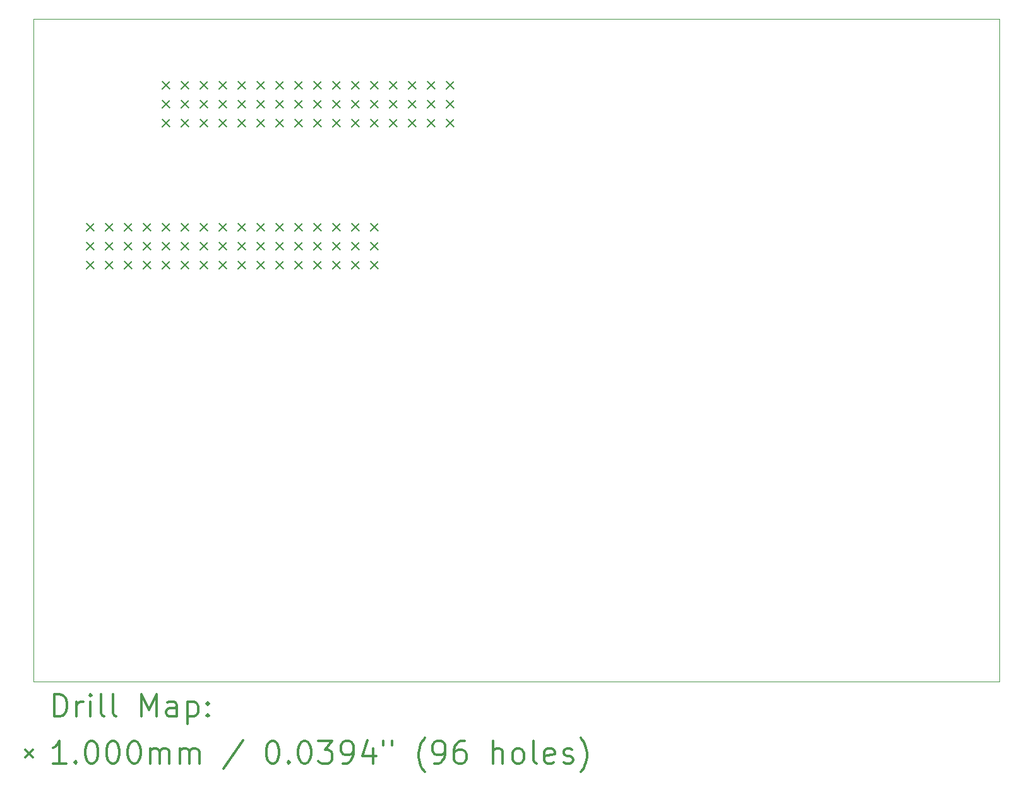
<source format=gbr>
%FSLAX45Y45*%
G04 Gerber Fmt 4.5, Leading zero omitted, Abs format (unit mm)*
G04 Created by KiCad (PCBNEW (5.1.10)-1) date 2021-11-27 12:57:09*
%MOMM*%
%LPD*%
G01*
G04 APERTURE LIST*
%TA.AperFunction,Profile*%
%ADD10C,0.100000*%
%TD*%
%ADD11C,0.200000*%
%ADD12C,0.300000*%
G04 APERTURE END LIST*
D10*
X14732000Y-4699000D02*
X14732000Y-13589000D01*
X1778000Y-4699000D02*
X14732000Y-4699000D01*
X1778000Y-13589000D02*
X1778000Y-4699000D01*
X14732000Y-13589000D02*
X1778000Y-13589000D01*
D11*
X2490000Y-7443000D02*
X2590000Y-7543000D01*
X2590000Y-7443000D02*
X2490000Y-7543000D01*
X2490000Y-7697000D02*
X2590000Y-7797000D01*
X2590000Y-7697000D02*
X2490000Y-7797000D01*
X2490000Y-7951000D02*
X2590000Y-8051000D01*
X2590000Y-7951000D02*
X2490000Y-8051000D01*
X2744000Y-7443000D02*
X2844000Y-7543000D01*
X2844000Y-7443000D02*
X2744000Y-7543000D01*
X2744000Y-7697000D02*
X2844000Y-7797000D01*
X2844000Y-7697000D02*
X2744000Y-7797000D01*
X2744000Y-7951000D02*
X2844000Y-8051000D01*
X2844000Y-7951000D02*
X2744000Y-8051000D01*
X2998000Y-7443000D02*
X3098000Y-7543000D01*
X3098000Y-7443000D02*
X2998000Y-7543000D01*
X2998000Y-7697000D02*
X3098000Y-7797000D01*
X3098000Y-7697000D02*
X2998000Y-7797000D01*
X2998000Y-7951000D02*
X3098000Y-8051000D01*
X3098000Y-7951000D02*
X2998000Y-8051000D01*
X3252000Y-7443000D02*
X3352000Y-7543000D01*
X3352000Y-7443000D02*
X3252000Y-7543000D01*
X3252000Y-7697000D02*
X3352000Y-7797000D01*
X3352000Y-7697000D02*
X3252000Y-7797000D01*
X3252000Y-7951000D02*
X3352000Y-8051000D01*
X3352000Y-7951000D02*
X3252000Y-8051000D01*
X3506000Y-5538000D02*
X3606000Y-5638000D01*
X3606000Y-5538000D02*
X3506000Y-5638000D01*
X3506000Y-5792000D02*
X3606000Y-5892000D01*
X3606000Y-5792000D02*
X3506000Y-5892000D01*
X3506000Y-6046000D02*
X3606000Y-6146000D01*
X3606000Y-6046000D02*
X3506000Y-6146000D01*
X3506000Y-7443000D02*
X3606000Y-7543000D01*
X3606000Y-7443000D02*
X3506000Y-7543000D01*
X3506000Y-7697000D02*
X3606000Y-7797000D01*
X3606000Y-7697000D02*
X3506000Y-7797000D01*
X3506000Y-7951000D02*
X3606000Y-8051000D01*
X3606000Y-7951000D02*
X3506000Y-8051000D01*
X3760000Y-5538000D02*
X3860000Y-5638000D01*
X3860000Y-5538000D02*
X3760000Y-5638000D01*
X3760000Y-5792000D02*
X3860000Y-5892000D01*
X3860000Y-5792000D02*
X3760000Y-5892000D01*
X3760000Y-6046000D02*
X3860000Y-6146000D01*
X3860000Y-6046000D02*
X3760000Y-6146000D01*
X3760000Y-7443000D02*
X3860000Y-7543000D01*
X3860000Y-7443000D02*
X3760000Y-7543000D01*
X3760000Y-7697000D02*
X3860000Y-7797000D01*
X3860000Y-7697000D02*
X3760000Y-7797000D01*
X3760000Y-7951000D02*
X3860000Y-8051000D01*
X3860000Y-7951000D02*
X3760000Y-8051000D01*
X4014000Y-5538000D02*
X4114000Y-5638000D01*
X4114000Y-5538000D02*
X4014000Y-5638000D01*
X4014000Y-5792000D02*
X4114000Y-5892000D01*
X4114000Y-5792000D02*
X4014000Y-5892000D01*
X4014000Y-6046000D02*
X4114000Y-6146000D01*
X4114000Y-6046000D02*
X4014000Y-6146000D01*
X4014000Y-7443000D02*
X4114000Y-7543000D01*
X4114000Y-7443000D02*
X4014000Y-7543000D01*
X4014000Y-7697000D02*
X4114000Y-7797000D01*
X4114000Y-7697000D02*
X4014000Y-7797000D01*
X4014000Y-7951000D02*
X4114000Y-8051000D01*
X4114000Y-7951000D02*
X4014000Y-8051000D01*
X4268000Y-5538000D02*
X4368000Y-5638000D01*
X4368000Y-5538000D02*
X4268000Y-5638000D01*
X4268000Y-5792000D02*
X4368000Y-5892000D01*
X4368000Y-5792000D02*
X4268000Y-5892000D01*
X4268000Y-6046000D02*
X4368000Y-6146000D01*
X4368000Y-6046000D02*
X4268000Y-6146000D01*
X4268000Y-7443000D02*
X4368000Y-7543000D01*
X4368000Y-7443000D02*
X4268000Y-7543000D01*
X4268000Y-7697000D02*
X4368000Y-7797000D01*
X4368000Y-7697000D02*
X4268000Y-7797000D01*
X4268000Y-7951000D02*
X4368000Y-8051000D01*
X4368000Y-7951000D02*
X4268000Y-8051000D01*
X4522000Y-5538000D02*
X4622000Y-5638000D01*
X4622000Y-5538000D02*
X4522000Y-5638000D01*
X4522000Y-5792000D02*
X4622000Y-5892000D01*
X4622000Y-5792000D02*
X4522000Y-5892000D01*
X4522000Y-6046000D02*
X4622000Y-6146000D01*
X4622000Y-6046000D02*
X4522000Y-6146000D01*
X4522000Y-7443000D02*
X4622000Y-7543000D01*
X4622000Y-7443000D02*
X4522000Y-7543000D01*
X4522000Y-7697000D02*
X4622000Y-7797000D01*
X4622000Y-7697000D02*
X4522000Y-7797000D01*
X4522000Y-7951000D02*
X4622000Y-8051000D01*
X4622000Y-7951000D02*
X4522000Y-8051000D01*
X4776000Y-5538000D02*
X4876000Y-5638000D01*
X4876000Y-5538000D02*
X4776000Y-5638000D01*
X4776000Y-5792000D02*
X4876000Y-5892000D01*
X4876000Y-5792000D02*
X4776000Y-5892000D01*
X4776000Y-6046000D02*
X4876000Y-6146000D01*
X4876000Y-6046000D02*
X4776000Y-6146000D01*
X4776000Y-7443000D02*
X4876000Y-7543000D01*
X4876000Y-7443000D02*
X4776000Y-7543000D01*
X4776000Y-7697000D02*
X4876000Y-7797000D01*
X4876000Y-7697000D02*
X4776000Y-7797000D01*
X4776000Y-7951000D02*
X4876000Y-8051000D01*
X4876000Y-7951000D02*
X4776000Y-8051000D01*
X5030000Y-5538000D02*
X5130000Y-5638000D01*
X5130000Y-5538000D02*
X5030000Y-5638000D01*
X5030000Y-5792000D02*
X5130000Y-5892000D01*
X5130000Y-5792000D02*
X5030000Y-5892000D01*
X5030000Y-6046000D02*
X5130000Y-6146000D01*
X5130000Y-6046000D02*
X5030000Y-6146000D01*
X5030000Y-7443000D02*
X5130000Y-7543000D01*
X5130000Y-7443000D02*
X5030000Y-7543000D01*
X5030000Y-7697000D02*
X5130000Y-7797000D01*
X5130000Y-7697000D02*
X5030000Y-7797000D01*
X5030000Y-7951000D02*
X5130000Y-8051000D01*
X5130000Y-7951000D02*
X5030000Y-8051000D01*
X5284000Y-5538000D02*
X5384000Y-5638000D01*
X5384000Y-5538000D02*
X5284000Y-5638000D01*
X5284000Y-5792000D02*
X5384000Y-5892000D01*
X5384000Y-5792000D02*
X5284000Y-5892000D01*
X5284000Y-6046000D02*
X5384000Y-6146000D01*
X5384000Y-6046000D02*
X5284000Y-6146000D01*
X5284000Y-7443000D02*
X5384000Y-7543000D01*
X5384000Y-7443000D02*
X5284000Y-7543000D01*
X5284000Y-7697000D02*
X5384000Y-7797000D01*
X5384000Y-7697000D02*
X5284000Y-7797000D01*
X5284000Y-7951000D02*
X5384000Y-8051000D01*
X5384000Y-7951000D02*
X5284000Y-8051000D01*
X5538000Y-5538000D02*
X5638000Y-5638000D01*
X5638000Y-5538000D02*
X5538000Y-5638000D01*
X5538000Y-5792000D02*
X5638000Y-5892000D01*
X5638000Y-5792000D02*
X5538000Y-5892000D01*
X5538000Y-6046000D02*
X5638000Y-6146000D01*
X5638000Y-6046000D02*
X5538000Y-6146000D01*
X5538000Y-7443000D02*
X5638000Y-7543000D01*
X5638000Y-7443000D02*
X5538000Y-7543000D01*
X5538000Y-7697000D02*
X5638000Y-7797000D01*
X5638000Y-7697000D02*
X5538000Y-7797000D01*
X5538000Y-7951000D02*
X5638000Y-8051000D01*
X5638000Y-7951000D02*
X5538000Y-8051000D01*
X5792000Y-5538000D02*
X5892000Y-5638000D01*
X5892000Y-5538000D02*
X5792000Y-5638000D01*
X5792000Y-5792000D02*
X5892000Y-5892000D01*
X5892000Y-5792000D02*
X5792000Y-5892000D01*
X5792000Y-6046000D02*
X5892000Y-6146000D01*
X5892000Y-6046000D02*
X5792000Y-6146000D01*
X5792000Y-7443000D02*
X5892000Y-7543000D01*
X5892000Y-7443000D02*
X5792000Y-7543000D01*
X5792000Y-7697000D02*
X5892000Y-7797000D01*
X5892000Y-7697000D02*
X5792000Y-7797000D01*
X5792000Y-7951000D02*
X5892000Y-8051000D01*
X5892000Y-7951000D02*
X5792000Y-8051000D01*
X6046000Y-5538000D02*
X6146000Y-5638000D01*
X6146000Y-5538000D02*
X6046000Y-5638000D01*
X6046000Y-5792000D02*
X6146000Y-5892000D01*
X6146000Y-5792000D02*
X6046000Y-5892000D01*
X6046000Y-6046000D02*
X6146000Y-6146000D01*
X6146000Y-6046000D02*
X6046000Y-6146000D01*
X6046000Y-7443000D02*
X6146000Y-7543000D01*
X6146000Y-7443000D02*
X6046000Y-7543000D01*
X6046000Y-7697000D02*
X6146000Y-7797000D01*
X6146000Y-7697000D02*
X6046000Y-7797000D01*
X6046000Y-7951000D02*
X6146000Y-8051000D01*
X6146000Y-7951000D02*
X6046000Y-8051000D01*
X6300000Y-5538000D02*
X6400000Y-5638000D01*
X6400000Y-5538000D02*
X6300000Y-5638000D01*
X6300000Y-5792000D02*
X6400000Y-5892000D01*
X6400000Y-5792000D02*
X6300000Y-5892000D01*
X6300000Y-6046000D02*
X6400000Y-6146000D01*
X6400000Y-6046000D02*
X6300000Y-6146000D01*
X6300000Y-7443000D02*
X6400000Y-7543000D01*
X6400000Y-7443000D02*
X6300000Y-7543000D01*
X6300000Y-7697000D02*
X6400000Y-7797000D01*
X6400000Y-7697000D02*
X6300000Y-7797000D01*
X6300000Y-7951000D02*
X6400000Y-8051000D01*
X6400000Y-7951000D02*
X6300000Y-8051000D01*
X6554000Y-5538000D02*
X6654000Y-5638000D01*
X6654000Y-5538000D02*
X6554000Y-5638000D01*
X6554000Y-5792000D02*
X6654000Y-5892000D01*
X6654000Y-5792000D02*
X6554000Y-5892000D01*
X6554000Y-6046000D02*
X6654000Y-6146000D01*
X6654000Y-6046000D02*
X6554000Y-6146000D01*
X6808000Y-5538000D02*
X6908000Y-5638000D01*
X6908000Y-5538000D02*
X6808000Y-5638000D01*
X6808000Y-5792000D02*
X6908000Y-5892000D01*
X6908000Y-5792000D02*
X6808000Y-5892000D01*
X6808000Y-6046000D02*
X6908000Y-6146000D01*
X6908000Y-6046000D02*
X6808000Y-6146000D01*
X7062000Y-5538000D02*
X7162000Y-5638000D01*
X7162000Y-5538000D02*
X7062000Y-5638000D01*
X7062000Y-5792000D02*
X7162000Y-5892000D01*
X7162000Y-5792000D02*
X7062000Y-5892000D01*
X7062000Y-6046000D02*
X7162000Y-6146000D01*
X7162000Y-6046000D02*
X7062000Y-6146000D01*
X7316000Y-5538000D02*
X7416000Y-5638000D01*
X7416000Y-5538000D02*
X7316000Y-5638000D01*
X7316000Y-5792000D02*
X7416000Y-5892000D01*
X7416000Y-5792000D02*
X7316000Y-5892000D01*
X7316000Y-6046000D02*
X7416000Y-6146000D01*
X7416000Y-6046000D02*
X7316000Y-6146000D01*
D12*
X2059428Y-14059714D02*
X2059428Y-13759714D01*
X2130857Y-13759714D01*
X2173714Y-13774000D01*
X2202286Y-13802571D01*
X2216571Y-13831143D01*
X2230857Y-13888286D01*
X2230857Y-13931143D01*
X2216571Y-13988286D01*
X2202286Y-14016857D01*
X2173714Y-14045429D01*
X2130857Y-14059714D01*
X2059428Y-14059714D01*
X2359428Y-14059714D02*
X2359428Y-13859714D01*
X2359428Y-13916857D02*
X2373714Y-13888286D01*
X2388000Y-13874000D01*
X2416571Y-13859714D01*
X2445143Y-13859714D01*
X2545143Y-14059714D02*
X2545143Y-13859714D01*
X2545143Y-13759714D02*
X2530857Y-13774000D01*
X2545143Y-13788286D01*
X2559428Y-13774000D01*
X2545143Y-13759714D01*
X2545143Y-13788286D01*
X2730857Y-14059714D02*
X2702286Y-14045429D01*
X2688000Y-14016857D01*
X2688000Y-13759714D01*
X2888000Y-14059714D02*
X2859428Y-14045429D01*
X2845143Y-14016857D01*
X2845143Y-13759714D01*
X3230857Y-14059714D02*
X3230857Y-13759714D01*
X3330857Y-13974000D01*
X3430857Y-13759714D01*
X3430857Y-14059714D01*
X3702286Y-14059714D02*
X3702286Y-13902571D01*
X3688000Y-13874000D01*
X3659428Y-13859714D01*
X3602286Y-13859714D01*
X3573714Y-13874000D01*
X3702286Y-14045429D02*
X3673714Y-14059714D01*
X3602286Y-14059714D01*
X3573714Y-14045429D01*
X3559428Y-14016857D01*
X3559428Y-13988286D01*
X3573714Y-13959714D01*
X3602286Y-13945429D01*
X3673714Y-13945429D01*
X3702286Y-13931143D01*
X3845143Y-13859714D02*
X3845143Y-14159714D01*
X3845143Y-13874000D02*
X3873714Y-13859714D01*
X3930857Y-13859714D01*
X3959428Y-13874000D01*
X3973714Y-13888286D01*
X3988000Y-13916857D01*
X3988000Y-14002571D01*
X3973714Y-14031143D01*
X3959428Y-14045429D01*
X3930857Y-14059714D01*
X3873714Y-14059714D01*
X3845143Y-14045429D01*
X4116571Y-14031143D02*
X4130857Y-14045429D01*
X4116571Y-14059714D01*
X4102286Y-14045429D01*
X4116571Y-14031143D01*
X4116571Y-14059714D01*
X4116571Y-13874000D02*
X4130857Y-13888286D01*
X4116571Y-13902571D01*
X4102286Y-13888286D01*
X4116571Y-13874000D01*
X4116571Y-13902571D01*
X1673000Y-14504000D02*
X1773000Y-14604000D01*
X1773000Y-14504000D02*
X1673000Y-14604000D01*
X2216571Y-14689714D02*
X2045143Y-14689714D01*
X2130857Y-14689714D02*
X2130857Y-14389714D01*
X2102286Y-14432571D01*
X2073714Y-14461143D01*
X2045143Y-14475429D01*
X2345143Y-14661143D02*
X2359428Y-14675429D01*
X2345143Y-14689714D01*
X2330857Y-14675429D01*
X2345143Y-14661143D01*
X2345143Y-14689714D01*
X2545143Y-14389714D02*
X2573714Y-14389714D01*
X2602286Y-14404000D01*
X2616571Y-14418286D01*
X2630857Y-14446857D01*
X2645143Y-14504000D01*
X2645143Y-14575429D01*
X2630857Y-14632571D01*
X2616571Y-14661143D01*
X2602286Y-14675429D01*
X2573714Y-14689714D01*
X2545143Y-14689714D01*
X2516571Y-14675429D01*
X2502286Y-14661143D01*
X2488000Y-14632571D01*
X2473714Y-14575429D01*
X2473714Y-14504000D01*
X2488000Y-14446857D01*
X2502286Y-14418286D01*
X2516571Y-14404000D01*
X2545143Y-14389714D01*
X2830857Y-14389714D02*
X2859428Y-14389714D01*
X2888000Y-14404000D01*
X2902286Y-14418286D01*
X2916571Y-14446857D01*
X2930857Y-14504000D01*
X2930857Y-14575429D01*
X2916571Y-14632571D01*
X2902286Y-14661143D01*
X2888000Y-14675429D01*
X2859428Y-14689714D01*
X2830857Y-14689714D01*
X2802286Y-14675429D01*
X2788000Y-14661143D01*
X2773714Y-14632571D01*
X2759428Y-14575429D01*
X2759428Y-14504000D01*
X2773714Y-14446857D01*
X2788000Y-14418286D01*
X2802286Y-14404000D01*
X2830857Y-14389714D01*
X3116571Y-14389714D02*
X3145143Y-14389714D01*
X3173714Y-14404000D01*
X3188000Y-14418286D01*
X3202286Y-14446857D01*
X3216571Y-14504000D01*
X3216571Y-14575429D01*
X3202286Y-14632571D01*
X3188000Y-14661143D01*
X3173714Y-14675429D01*
X3145143Y-14689714D01*
X3116571Y-14689714D01*
X3088000Y-14675429D01*
X3073714Y-14661143D01*
X3059428Y-14632571D01*
X3045143Y-14575429D01*
X3045143Y-14504000D01*
X3059428Y-14446857D01*
X3073714Y-14418286D01*
X3088000Y-14404000D01*
X3116571Y-14389714D01*
X3345143Y-14689714D02*
X3345143Y-14489714D01*
X3345143Y-14518286D02*
X3359428Y-14504000D01*
X3388000Y-14489714D01*
X3430857Y-14489714D01*
X3459428Y-14504000D01*
X3473714Y-14532571D01*
X3473714Y-14689714D01*
X3473714Y-14532571D02*
X3488000Y-14504000D01*
X3516571Y-14489714D01*
X3559428Y-14489714D01*
X3588000Y-14504000D01*
X3602286Y-14532571D01*
X3602286Y-14689714D01*
X3745143Y-14689714D02*
X3745143Y-14489714D01*
X3745143Y-14518286D02*
X3759428Y-14504000D01*
X3788000Y-14489714D01*
X3830857Y-14489714D01*
X3859428Y-14504000D01*
X3873714Y-14532571D01*
X3873714Y-14689714D01*
X3873714Y-14532571D02*
X3888000Y-14504000D01*
X3916571Y-14489714D01*
X3959428Y-14489714D01*
X3988000Y-14504000D01*
X4002286Y-14532571D01*
X4002286Y-14689714D01*
X4588000Y-14375429D02*
X4330857Y-14761143D01*
X4973714Y-14389714D02*
X5002286Y-14389714D01*
X5030857Y-14404000D01*
X5045143Y-14418286D01*
X5059428Y-14446857D01*
X5073714Y-14504000D01*
X5073714Y-14575429D01*
X5059428Y-14632571D01*
X5045143Y-14661143D01*
X5030857Y-14675429D01*
X5002286Y-14689714D01*
X4973714Y-14689714D01*
X4945143Y-14675429D01*
X4930857Y-14661143D01*
X4916571Y-14632571D01*
X4902286Y-14575429D01*
X4902286Y-14504000D01*
X4916571Y-14446857D01*
X4930857Y-14418286D01*
X4945143Y-14404000D01*
X4973714Y-14389714D01*
X5202286Y-14661143D02*
X5216571Y-14675429D01*
X5202286Y-14689714D01*
X5188000Y-14675429D01*
X5202286Y-14661143D01*
X5202286Y-14689714D01*
X5402286Y-14389714D02*
X5430857Y-14389714D01*
X5459428Y-14404000D01*
X5473714Y-14418286D01*
X5488000Y-14446857D01*
X5502286Y-14504000D01*
X5502286Y-14575429D01*
X5488000Y-14632571D01*
X5473714Y-14661143D01*
X5459428Y-14675429D01*
X5430857Y-14689714D01*
X5402286Y-14689714D01*
X5373714Y-14675429D01*
X5359428Y-14661143D01*
X5345143Y-14632571D01*
X5330857Y-14575429D01*
X5330857Y-14504000D01*
X5345143Y-14446857D01*
X5359428Y-14418286D01*
X5373714Y-14404000D01*
X5402286Y-14389714D01*
X5602286Y-14389714D02*
X5788000Y-14389714D01*
X5688000Y-14504000D01*
X5730857Y-14504000D01*
X5759428Y-14518286D01*
X5773714Y-14532571D01*
X5788000Y-14561143D01*
X5788000Y-14632571D01*
X5773714Y-14661143D01*
X5759428Y-14675429D01*
X5730857Y-14689714D01*
X5645143Y-14689714D01*
X5616571Y-14675429D01*
X5602286Y-14661143D01*
X5930857Y-14689714D02*
X5988000Y-14689714D01*
X6016571Y-14675429D01*
X6030857Y-14661143D01*
X6059428Y-14618286D01*
X6073714Y-14561143D01*
X6073714Y-14446857D01*
X6059428Y-14418286D01*
X6045143Y-14404000D01*
X6016571Y-14389714D01*
X5959428Y-14389714D01*
X5930857Y-14404000D01*
X5916571Y-14418286D01*
X5902286Y-14446857D01*
X5902286Y-14518286D01*
X5916571Y-14546857D01*
X5930857Y-14561143D01*
X5959428Y-14575429D01*
X6016571Y-14575429D01*
X6045143Y-14561143D01*
X6059428Y-14546857D01*
X6073714Y-14518286D01*
X6330857Y-14489714D02*
X6330857Y-14689714D01*
X6259428Y-14375429D02*
X6188000Y-14589714D01*
X6373714Y-14589714D01*
X6473714Y-14389714D02*
X6473714Y-14446857D01*
X6588000Y-14389714D02*
X6588000Y-14446857D01*
X7030857Y-14804000D02*
X7016571Y-14789714D01*
X6988000Y-14746857D01*
X6973714Y-14718286D01*
X6959428Y-14675429D01*
X6945143Y-14604000D01*
X6945143Y-14546857D01*
X6959428Y-14475429D01*
X6973714Y-14432571D01*
X6988000Y-14404000D01*
X7016571Y-14361143D01*
X7030857Y-14346857D01*
X7159428Y-14689714D02*
X7216571Y-14689714D01*
X7245143Y-14675429D01*
X7259428Y-14661143D01*
X7288000Y-14618286D01*
X7302286Y-14561143D01*
X7302286Y-14446857D01*
X7288000Y-14418286D01*
X7273714Y-14404000D01*
X7245143Y-14389714D01*
X7188000Y-14389714D01*
X7159428Y-14404000D01*
X7145143Y-14418286D01*
X7130857Y-14446857D01*
X7130857Y-14518286D01*
X7145143Y-14546857D01*
X7159428Y-14561143D01*
X7188000Y-14575429D01*
X7245143Y-14575429D01*
X7273714Y-14561143D01*
X7288000Y-14546857D01*
X7302286Y-14518286D01*
X7559428Y-14389714D02*
X7502286Y-14389714D01*
X7473714Y-14404000D01*
X7459428Y-14418286D01*
X7430857Y-14461143D01*
X7416571Y-14518286D01*
X7416571Y-14632571D01*
X7430857Y-14661143D01*
X7445143Y-14675429D01*
X7473714Y-14689714D01*
X7530857Y-14689714D01*
X7559428Y-14675429D01*
X7573714Y-14661143D01*
X7588000Y-14632571D01*
X7588000Y-14561143D01*
X7573714Y-14532571D01*
X7559428Y-14518286D01*
X7530857Y-14504000D01*
X7473714Y-14504000D01*
X7445143Y-14518286D01*
X7430857Y-14532571D01*
X7416571Y-14561143D01*
X7945143Y-14689714D02*
X7945143Y-14389714D01*
X8073714Y-14689714D02*
X8073714Y-14532571D01*
X8059428Y-14504000D01*
X8030857Y-14489714D01*
X7988000Y-14489714D01*
X7959428Y-14504000D01*
X7945143Y-14518286D01*
X8259428Y-14689714D02*
X8230857Y-14675429D01*
X8216571Y-14661143D01*
X8202286Y-14632571D01*
X8202286Y-14546857D01*
X8216571Y-14518286D01*
X8230857Y-14504000D01*
X8259428Y-14489714D01*
X8302286Y-14489714D01*
X8330857Y-14504000D01*
X8345143Y-14518286D01*
X8359428Y-14546857D01*
X8359428Y-14632571D01*
X8345143Y-14661143D01*
X8330857Y-14675429D01*
X8302286Y-14689714D01*
X8259428Y-14689714D01*
X8530857Y-14689714D02*
X8502286Y-14675429D01*
X8488000Y-14646857D01*
X8488000Y-14389714D01*
X8759428Y-14675429D02*
X8730857Y-14689714D01*
X8673714Y-14689714D01*
X8645143Y-14675429D01*
X8630857Y-14646857D01*
X8630857Y-14532571D01*
X8645143Y-14504000D01*
X8673714Y-14489714D01*
X8730857Y-14489714D01*
X8759428Y-14504000D01*
X8773714Y-14532571D01*
X8773714Y-14561143D01*
X8630857Y-14589714D01*
X8888000Y-14675429D02*
X8916571Y-14689714D01*
X8973714Y-14689714D01*
X9002286Y-14675429D01*
X9016571Y-14646857D01*
X9016571Y-14632571D01*
X9002286Y-14604000D01*
X8973714Y-14589714D01*
X8930857Y-14589714D01*
X8902286Y-14575429D01*
X8888000Y-14546857D01*
X8888000Y-14532571D01*
X8902286Y-14504000D01*
X8930857Y-14489714D01*
X8973714Y-14489714D01*
X9002286Y-14504000D01*
X9116571Y-14804000D02*
X9130857Y-14789714D01*
X9159428Y-14746857D01*
X9173714Y-14718286D01*
X9188000Y-14675429D01*
X9202286Y-14604000D01*
X9202286Y-14546857D01*
X9188000Y-14475429D01*
X9173714Y-14432571D01*
X9159428Y-14404000D01*
X9130857Y-14361143D01*
X9116571Y-14346857D01*
M02*

</source>
